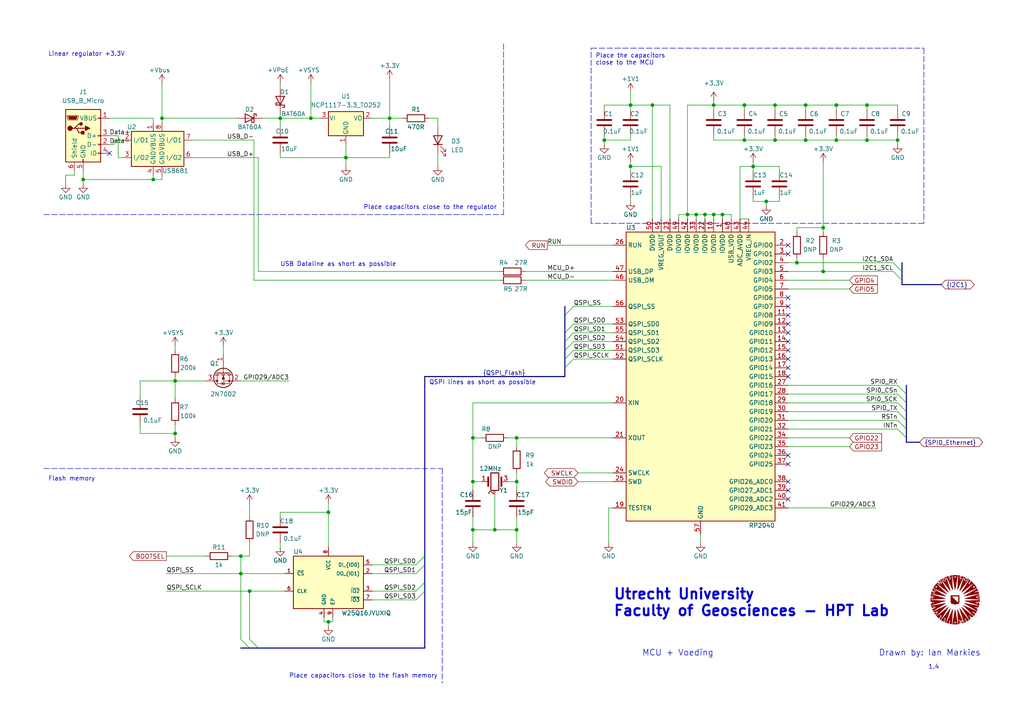
<source format=kicad_sch>
(kicad_sch (version 20211123) (generator eeschema)
  (paper "A4")
  (lib_symbols
    (symbol "+Vsys_1" (power) (in_bom no) (on_board no)
      (property "Value" "+Vsys_1" (at 0 3.81 0))
      (symbol "+Vsys_1_1_1"
        (pin power_in line (at 0 0 90) (length 0) hide (name "+VSYS") (number ""))
      )
    )
    (symbol "Connector:USB_B_Micro" (pin_names (offset 1.016))
      (property "Reference" "J" (at -5.08 11.43 0))
      (property "Value" "USB_B_Micro" (at -5.08 8.89 0))
      (symbol "USB_B_Micro_1_1"
        (pin power_out line (at 7.62 5.08 180) (length 2.54) (name "VBUS") (number "1"))
        (pin bidirectional line (at 7.62 -2.54 180) (length 2.54) (name "D-") (number "2"))
        (pin bidirectional line (at 7.62 0 180) (length 2.54) (name "D+") (number "3"))
        (pin passive line (at 7.62 -5.08 180) (length 2.54) (name "ID") (number "4"))
        (pin power_out line (at 0 -10.16 90) (length 2.54) (name "GND") (number "5"))
        (pin passive line (at -2.54 -10.16 90) (length 2.54) (name "Shield") (number "6"))
      )
    )
    (symbol "Device:C" (pin_numbers hide) (pin_names (offset 0.254))
      (property "Reference" "C" (at 0.635 2.54 0))
      (property "Value" "C" (at 0.635 -2.54 0))
      (symbol "C_1_1"
        (pin passive line (at 0 3.81 270) (length 2.794) (name "~") (number "1"))
        (pin passive line (at 0 -3.81 90) (length 2.794) (name "~") (number "2"))
      )
    )
    (symbol "Device:LED" (pin_numbers hide) (pin_names (offset 1.016) hide)
      (property "Reference" "D" (at 0 2.54 0))
      (property "Value" "LED" (at 0 -2.54 0))
      (symbol "LED_1_1"
        (pin passive line (at -3.81 0 0) (length 2.54) (name "K") (number "1"))
        (pin passive line (at 3.81 0 180) (length 2.54) (name "A") (number "2"))
      )
    )
    (symbol "Device:R" (pin_numbers hide) (pin_names (offset 0))
      (property "Reference" "R" (at 2.032 0 90))
      (property "Value" "R" (at 0 0 90))
      (symbol "R_1_1"
        (pin passive line (at 0 3.81 270) (length 1.27) (name "~") (number "1"))
        (pin passive line (at 0 -3.81 90) (length 1.27) (name "~") (number "2"))
      )
    )
    (symbol "Diode:BAT60A" (pin_numbers hide) (pin_names (offset 1.016) hide)
      (property "Reference" "D" (at 0 2.54 0))
      (property "Value" "BAT60A" (at 0 -2.54 0))
      (symbol "BAT60A_1_1"
        (pin passive line (at -3.81 0 0) (length 2.54) (name "K") (number "1"))
        (pin passive line (at 3.81 0 180) (length 2.54) (name "A") (number "2"))
      )
    )
    (symbol "HPT:+VPoE" (power) (in_bom no) (on_board no)
      (property "Value" "+VPoE" (at 0 5.08 0))
      (symbol "+VPoE_1_1"
        (pin power_in line (at 0 0 90) (length 0) hide (name "+VPoE") (number ""))
      )
    )
    (symbol "HPT:+Vbus" (power) (in_bom no) (on_board no)
      (property "Value" "+Vbus" (at 0 5.08 0))
      (symbol "+Vbus_1_1"
        (pin power_in line (at 0 0 90) (length 0) hide (name "+Vbus") (number ""))
      )
    )
    (symbol "HPT:+Vsys" (power) (in_bom no) (on_board no)
      (property "Value" "+Vsys" (at 0 3.81 0))
      (symbol "+Vsys_1_1"
        (pin power_in line (at 0 0 90) (length 0) hide (name "+VSYS") (number ""))
      )
    )
    (symbol "HPT:Crystal"
      (property "Reference" "U" (at 1.27 6.35 0))
      (property "Value" "Crystal" (at 0 -8.89 0))
      (symbol "Crystal_1_1"
        (pin passive line (at -3.81 0 0) (length 1.27) (name "") (number "1"))
        (pin passive line (at 0 -3.81 90) (length 1.27) (name "") (number "2"))
        (pin passive line (at 3.81 0 180) (length 1.27) (name "") (number "3"))
        (pin passive line (at 0 -3.81 90) (length 1.27) hide (name "") (number "4"))
      )
    )
    (symbol "HPT:LOGO" (pin_names (offset 1.016)))
    (symbol "HPT:W25Q16JVUXIQ" (pin_names (offset 1.016))
      (property "Reference" "IC" (at -10.16 8.89 0))
      (property "Value" "W25Q16JVUXIQ" (at 5.08 -8.89 0))
      (symbol "W25Q16JVUXIQ_0_0"
        (pin bidirectional line (at -12.7 2.54 0) (length 2.54) (name "~{CS}") (number "1"))
        (pin bidirectional line (at 12.7 2.54 180) (length 2.54) (name "DO_(IO1)") (number "2"))
        (pin bidirectional line (at 12.7 -2.54 180) (length 2.54) (name "~{IO2}") (number "3"))
        (pin bidirectional line (at -1.27 -10.16 90) (length 2.54) (name "GND") (number "4"))
        (pin bidirectional line (at 12.7 5.08 180) (length 2.54) (name "DI_(IO0)") (number "5"))
        (pin bidirectional line (at -12.7 -2.54 0) (length 2.54) (name "CLK") (number "6"))
        (pin bidirectional line (at 12.7 -5.08 180) (length 2.54) (name "~{IO3}") (number "7"))
        (pin bidirectional line (at 0 10.16 270) (length 2.54) (name "VCC") (number "8"))
        (pin bidirectional line (at 1.27 -10.16 90) (length 2.54) (name "EP") (number "9"))
      )
    )
    (symbol "MCU_RaspberryPi:RP2040"
      (property "Reference" "U3" (at -21.59 43.18 0))
      (property "Value" "RP2040" (at 13.97 -43.18 0))
      (symbol "RP2040_1_1"
        (pin power_in line (at 6.35 45.72 270) (length 3.81) (name "IOVDD") (number "1"))
        (pin power_in line (at 3.81 45.72 270) (length 3.81) (name "IOVDD") (number "10"))
        (pin bidirectional line (at 25.4 17.78 180) (length 3.81) (name "GPIO8") (number "11"))
        (pin bidirectional line (at 25.4 15.24 180) (length 3.81) (name "GPIO9") (number "12"))
        (pin bidirectional line (at 25.4 12.7 180) (length 3.81) (name "GPIO10") (number "13"))
        (pin bidirectional line (at 25.4 10.16 180) (length 3.81) (name "GPIO11") (number "14"))
        (pin bidirectional line (at 25.4 7.62 180) (length 3.81) (name "GPIO12") (number "15"))
        (pin bidirectional line (at 25.4 5.08 180) (length 3.81) (name "GPIO13") (number "16"))
        (pin bidirectional line (at 25.4 2.54 180) (length 3.81) (name "GPIO14") (number "17"))
        (pin bidirectional line (at 25.4 0 180) (length 3.81) (name "GPIO15") (number "18"))
        (pin input line (at -25.4 -38.1 0) (length 3.81) (name "TESTEN") (number "19"))
        (pin bidirectional line (at 25.4 38.1 180) (length 3.81) (name "GPIO0") (number "2"))
        (pin input line (at -25.4 -7.62 0) (length 3.81) (name "XIN") (number "20"))
        (pin passive line (at -25.4 -17.78 0) (length 3.81) (name "XOUT") (number "21"))
        (pin power_in line (at 1.27 45.72 270) (length 3.81) (name "IOVDD") (number "22"))
        (pin power_in line (at -8.89 45.72 270) (length 3.81) (name "DVDD") (number "23"))
        (pin output line (at -25.4 -27.94 0) (length 3.81) (name "SWCLK") (number "24"))
        (pin bidirectional line (at -25.4 -30.48 0) (length 3.81) (name "SWD") (number "25"))
        (pin input line (at -25.4 38.1 0) (length 3.81) (name "RUN") (number "26"))
        (pin bidirectional line (at 25.4 -2.54 180) (length 3.81) (name "GPIO16") (number "27"))
        (pin bidirectional line (at 25.4 -5.08 180) (length 3.81) (name "GPIO17") (number "28"))
        (pin bidirectional line (at 25.4 -7.62 180) (length 3.81) (name "GPIO18") (number "29"))
        (pin bidirectional line (at 25.4 35.56 180) (length 3.81) (name "GPIO1") (number "3"))
        (pin bidirectional line (at 25.4 -10.16 180) (length 3.81) (name "GPIO19") (number "30"))
        (pin bidirectional line (at 25.4 -12.7 180) (length 3.81) (name "GPIO20") (number "31"))
        (pin bidirectional line (at 25.4 -15.24 180) (length 3.81) (name "GPIO21") (number "32"))
        (pin power_in line (at -1.27 45.72 270) (length 3.81) (name "IOVDD") (number "33"))
        (pin bidirectional line (at 25.4 -17.78 180) (length 3.81) (name "GPIO22") (number "34"))
        (pin bidirectional line (at 25.4 -20.32 180) (length 3.81) (name "GPIO23") (number "35"))
        (pin bidirectional line (at 25.4 -22.86 180) (length 3.81) (name "GPIO24") (number "36"))
        (pin bidirectional line (at 25.4 -25.4 180) (length 3.81) (name "GPIO25") (number "37"))
        (pin bidirectional line (at 25.4 -30.48 180) (length 3.81) (name "GPIO26_ADC0") (number "38"))
        (pin bidirectional line (at 25.4 -33.02 180) (length 3.81) (name "GPIO27_ADC1") (number "39"))
        (pin bidirectional line (at 25.4 33.02 180) (length 3.81) (name "GPIO2") (number "4"))
        (pin bidirectional line (at 25.4 -35.56 180) (length 3.81) (name "GPIO28_ADC2") (number "40"))
        (pin bidirectional line (at 25.4 -38.1 180) (length 3.81) (name "GPIO29_ADC3") (number "41"))
        (pin power_in line (at -3.81 45.72 270) (length 3.81) (name "IOVDD") (number "42"))
        (pin power_in line (at 11.43 45.72 270) (length 3.81) (name "ADC_AVDD") (number "43"))
        (pin power_in line (at 13.97 45.72 270) (length 3.81) (name "VREG_IN") (number "44"))
        (pin power_out line (at -11.43 45.72 270) (length 3.81) (name "VREG_VOUT") (number "45"))
        (pin bidirectional line (at -25.4 27.94 0) (length 3.81) (name "USB_DM") (number "46"))
        (pin bidirectional line (at -25.4 30.48 0) (length 3.81) (name "USB_DP") (number "47"))
        (pin power_in line (at 8.89 45.72 270) (length 3.81) (name "USB_VDD") (number "48"))
        (pin power_in line (at -6.35 45.72 270) (length 3.81) (name "IOVDD") (number "49"))
        (pin bidirectional line (at 25.4 30.48 180) (length 3.81) (name "GPIO3") (number "5"))
        (pin power_in line (at -13.97 45.72 270) (length 3.81) (name "DVDD") (number "50"))
        (pin bidirectional line (at -25.4 7.62 0) (length 3.81) (name "QSPI_SD3") (number "51"))
        (pin output line (at -25.4 5.08 0) (length 3.81) (name "QSPI_SCLK") (number "52"))
        (pin bidirectional line (at -25.4 15.24 0) (length 3.81) (name "QSPI_SD0") (number "53"))
        (pin bidirectional line (at -25.4 10.16 0) (length 3.81) (name "QSPI_SD2") (number "54"))
        (pin bidirectional line (at -25.4 12.7 0) (length 3.81) (name "QSPI_SD1") (number "55"))
        (pin bidirectional line (at -25.4 20.32 0) (length 3.81) (name "QSPI_SS") (number "56"))
        (pin power_in line (at 0 -45.72 90) (length 3.81) (name "GND") (number "57"))
        (pin bidirectional line (at 25.4 27.94 180) (length 3.81) (name "GPIO4") (number "6"))
        (pin bidirectional line (at 25.4 25.4 180) (length 3.81) (name "GPIO5") (number "7"))
        (pin bidirectional line (at 25.4 22.86 180) (length 3.81) (name "GPIO6") (number "8"))
        (pin bidirectional line (at 25.4 20.32 180) (length 3.81) (name "GPIO7") (number "9"))
      )
    )
    (symbol "Power_Protection:USB6B1"
      (property "Reference" "U2" (at -8.89 6.35 0))
      (property "Value" "USB6B1" (at 1.27 -6.35 0))
      (symbol "USB6B1_1_1"
        (pin passive line (at -1.27 7.62 270) (length 2.54) (name "VBUS") (number "1"))
        (pin passive line (at -10.16 2.54 0) (length 2.54) (name "I/O1") (number "2"))
        (pin passive line (at -10.16 -2.54 0) (length 2.54) (name "I/O2") (number "3"))
        (pin passive line (at -1.27 -7.62 90) (length 2.54) (name "GND") (number "4"))
        (pin passive line (at 1.27 -7.62 90) (length 2.54) (name "GND") (number "5"))
        (pin passive line (at 10.16 -2.54 180) (length 2.54) (name "I/O2") (number "6"))
        (pin passive line (at 10.16 2.54 180) (length 2.54) (name "I/O1") (number "7"))
        (pin passive line (at 1.27 7.62 270) (length 2.54) (name "VBUS") (number "8"))
      )
    )
    (symbol "Regulator_Linear:NCP1117-3.3_TO252" (pin_names (offset 0.254))
      (property "Reference" "U" (at -3.81 3.175 0))
      (property "Value" "NCP1117-3.3_TO252" (at 0 3.175 0))
      (symbol "NCP1117-3.3_TO252_1_1"
        (pin power_in line (at 0 -7.62 90) (length 2.54) (name "GND") (number "1"))
        (pin power_out line (at 7.62 0 180) (length 2.54) (name "VO") (number "2"))
        (pin power_in line (at -7.62 0 0) (length 2.54) (name "VI") (number "3"))
      )
    )
    (symbol "Transistor_FET:2N7002" (pin_names hide)
      (property "Reference" "Q" (at 5.08 1.905 0))
      (property "Value" "2N7002" (at 5.08 0 0))
      (symbol "2N7002_1_1"
        (pin input line (at -5.08 0 0) (length 2.54) (name "G") (number "1"))
        (pin passive line (at 2.54 -5.08 90) (length 2.54) (name "S") (number "2"))
        (pin passive line (at 2.54 5.08 270) (length 2.54) (name "D") (number "3"))
      )
    )
    (symbol "power:+1V1" (power) (pin_names (offset 0))
      (property "Value" "+1V1" (at 0 3.556 0))
      (symbol "+1V1_1_1"
        (pin power_in line (at 0 0 90) (length 0) hide (name "+1V1") (number "1"))
      )
    )
    (symbol "power:+3.3V" (power) (pin_names (offset 0))
      (property "Value" "+3.3V" (at 0 3.556 0))
      (symbol "+3.3V_1_1"
        (pin power_in line (at 0 0 90) (length 0) hide (name "+3.3V") (number "1"))
      )
    )
    (symbol "power:GND" (power) (pin_names (offset 0))
      (property "Value" "GND" (at 0 -3.81 0))
      (symbol "GND_1_1"
        (pin power_in line (at 0 0 270) (length 0) hide (name "GND") (number "1"))
      )
    )
  )
  (bus_alias "QSPI_Flash" (members "QSPI_SS" "QSPI_SCLK" "QSPI_SD0" "QSPI_SD1" "QSPI_SD2" "QSPI_SD3"))
  (bus_alias "I2C1" (members "I2C1_SDA" "I2C1_SCL"))
  (bus_alias "SPI0_Ethernet" (members "SPI0_RX" "SPI0_TX" "SPI0_SCK" "SPI0_CSn" "RSTn" "INTn"))
  (junction (at 137.16 127))
  (junction (at 113.03 34.29))
  (junction (at 207.01 62.23))
  (junction (at 69.85 161.29))
  (junction (at 209.55 62.23))
  (junction (at 242.57 30.48))
  (junction (at 189.23 30.48))
  (junction (at 238.76 78.74))
  (junction (at 204.47 62.23))
  (junction (at 251.46 30.48))
  (junction (at 100.33 45.72))
  (junction (at 175.26 40.64))
  (junction (at 50.8 110.49))
  (junction (at 149.86 153.67))
  (junction (at 199.39 62.23))
  (junction (at 137.16 139.7))
  (junction (at 215.9 40.64))
  (junction (at 207.01 30.48))
  (junction (at 222.25 58.42))
  (junction (at 69.85 166.37))
  (junction (at 224.79 40.64))
  (junction (at 46.99 34.29))
  (junction (at 233.68 40.64))
  (junction (at 95.25 180.34))
  (junction (at 90.17 34.29))
  (junction (at 182.88 30.48))
  (junction (at 50.8 125.73))
  (junction (at 218.44 48.26))
  (junction (at 72.39 171.45))
  (junction (at 81.28 34.29))
  (junction (at 224.79 30.48))
  (junction (at 242.57 40.64))
  (junction (at 44.45 52.07))
  (junction (at 251.46 40.64))
  (junction (at 137.16 153.67))
  (junction (at 143.51 153.67))
  (junction (at 260.35 40.64))
  (junction (at 149.86 127))
  (junction (at 24.13 52.07))
  (junction (at 233.68 30.48))
  (junction (at 182.88 48.26))
  (junction (at 201.93 62.23))
  (junction (at 95.25 148.59))
  (junction (at 238.76 66.04))
  (junction (at 149.86 139.7))
  (junction (at 215.9 30.48))
  (junction (at 231.14 76.2))
  (no_connect (at 228.6 101.6))
  (no_connect (at 228.6 71.12))
  (no_connect (at 228.6 73.66))
  (no_connect (at 228.6 86.36))
  (no_connect (at 228.6 88.9))
  (no_connect (at 228.6 144.78))
  (no_connect (at 228.6 142.24))
  (no_connect (at 228.6 134.62))
  (no_connect (at 228.6 139.7))
  (no_connect (at 228.6 91.44))
  (no_connect (at 228.6 93.98))
  (no_connect (at 228.6 96.52))
  (no_connect (at 228.6 99.06))
  (no_connect (at 228.6 132.08))
  (no_connect (at 228.6 106.68))
  (no_connect (at 31.75 44.45))
  (no_connect (at 228.6 109.22))
  (no_connect (at 228.6 104.14))
  (bus_entry (at 163.83 91.44) (size 2.54 -2.54))
  (bus_entry (at 261.62 81.28) (size -2.54 -2.54))
  (bus_entry (at 262.89 124.46) (size -2.54 -2.54))
  (bus_entry (at 261.62 78.74) (size -2.54 -2.54))
  (bus_entry (at 72.39 187.96) (size -2.54 -2.54))
  (bus_entry (at 74.93 187.96) (size -2.54 -2.54))
  (bus_entry (at 120.65 163.83) (size 2.54 -2.54))
  (bus_entry (at 120.65 173.99) (size 2.54 -2.54))
  (bus_entry (at 120.65 166.37) (size 2.54 -2.54))
  (bus_entry (at 120.65 171.45) (size 2.54 -2.54))
  (bus_entry (at 262.89 121.92) (size -2.54 -2.54))
  (bus_entry (at 262.89 127) (size -2.54 -2.54))
  (bus_entry (at 262.89 114.3) (size -2.54 -2.54))
  (bus_entry (at 262.89 116.84) (size -2.54 -2.54))
  (bus_entry (at 163.83 104.14) (size 2.54 -2.54))
  (bus_entry (at 163.83 101.6) (size 2.54 -2.54))
  (bus_entry (at 163.83 99.06) (size 2.54 -2.54))
  (bus_entry (at 163.83 106.68) (size 2.54 -2.54))
  (bus_entry (at 163.83 96.52) (size 2.54 -2.54))
  (bus_entry (at 262.89 119.38) (size -2.54 -2.54))
  (polyline (pts (xy 171.45 13.97) (xy 267.97 13.97)))
  (bus (pts (xy 262.89 121.92) (xy 262.89 124.46)))
  (wire (pts (xy 137.16 139.7) (xy 139.7 139.7)))
  (polyline (pts (xy 12.7 135.89) (xy 128.27 135.89)))
  (wire (pts (xy 199.39 62.23) (xy 201.93 62.23)))
  (wire (pts (xy 231.14 66.04) (xy 238.76 66.04)))
  (wire (pts (xy 218.44 46.99) (xy 218.44 48.26)))
  (wire (pts (xy 152.4 81.28) (xy 177.8 81.28)))
  (wire (pts (xy 251.46 39.37) (xy 251.46 40.64)))
  (wire (pts (xy 149.86 157.48) (xy 149.86 153.67)))
  (wire (pts (xy 69.85 166.37) (xy 69.85 185.42)))
  (wire (pts (xy 55.88 45.72) (xy 74.93 45.72)))
  (wire (pts (xy 81.28 24.13) (xy 81.28 25.4)))
  (wire (pts (xy 224.79 40.64) (xy 215.9 40.64)))
  (wire (pts (xy 251.46 30.48) (xy 251.46 31.75)))
  (wire (pts (xy 246.38 81.28) (xy 228.6 81.28)))
  (bus (pts (xy 261.62 82.55) (xy 273.05 82.55)))
  (wire (pts (xy 107.95 163.83) (xy 120.65 163.83)))
  (bus (pts (xy 123.19 163.83) (xy 123.19 168.91)))
  (wire (pts (xy 93.98 180.34) (xy 95.25 180.34)))
  (wire (pts (xy 46.99 35.56) (xy 46.99 34.29)))
  (wire (pts (xy 242.57 40.64) (xy 233.68 40.64)))
  (wire (pts (xy 74.93 78.74) (xy 74.93 45.72)))
  (bus (pts (xy 72.39 187.96) (xy 74.93 187.96)))
  (wire (pts (xy 204.47 62.23) (xy 204.47 63.5)))
  (wire (pts (xy 21.59 50.8) (xy 19.05 50.8)))
  (bus (pts (xy 261.62 76.2) (xy 261.62 78.74)))
  (wire (pts (xy 113.03 22.86) (xy 113.03 34.29)))
  (wire (pts (xy 40.64 110.49) (xy 50.8 110.49)))
  (wire (pts (xy 24.13 52.07) (xy 44.45 52.07)))
  (wire (pts (xy 224.79 30.48) (xy 224.79 31.75)))
  (bus (pts (xy 123.19 161.29) (xy 123.19 163.83)))
  (wire (pts (xy 73.66 81.28) (xy 73.66 40.64)))
  (wire (pts (xy 69.85 161.29) (xy 69.85 166.37)))
  (bus (pts (xy 262.89 114.3) (xy 262.89 116.84)))
  (wire (pts (xy 46.99 52.07) (xy 46.99 50.8)))
  (wire (pts (xy 214.63 48.26) (xy 218.44 48.26)))
  (wire (pts (xy 166.37 96.52) (xy 177.8 96.52)))
  (wire (pts (xy 231.14 76.2) (xy 259.08 76.2)))
  (wire (pts (xy 139.7 127) (xy 137.16 127)))
  (wire (pts (xy 260.35 39.37) (xy 260.35 40.64)))
  (wire (pts (xy 69.85 166.37) (xy 82.55 166.37)))
  (wire (pts (xy 228.6 76.2) (xy 231.14 76.2)))
  (wire (pts (xy 189.23 30.48) (xy 182.88 30.48)))
  (wire (pts (xy 212.09 62.23) (xy 212.09 63.5)))
  (wire (pts (xy 81.28 36.83) (xy 81.28 34.29)))
  (wire (pts (xy 158.75 71.12) (xy 177.8 71.12)))
  (wire (pts (xy 228.6 111.76) (xy 260.35 111.76)))
  (wire (pts (xy 143.51 153.67) (xy 149.86 153.67)))
  (bus (pts (xy 261.62 78.74) (xy 261.62 81.28)))
  (wire (pts (xy 137.16 116.84) (xy 177.8 116.84)))
  (wire (pts (xy 242.57 30.48) (xy 233.68 30.48)))
  (wire (pts (xy 46.99 24.13) (xy 46.99 34.29)))
  (bus (pts (xy 261.62 81.28) (xy 261.62 82.55)))
  (wire (pts (xy 204.47 62.23) (xy 207.01 62.23)))
  (wire (pts (xy 176.53 147.32) (xy 176.53 157.48)))
  (wire (pts (xy 207.01 40.64) (xy 207.01 39.37)))
  (wire (pts (xy 100.33 41.91) (xy 100.33 45.72)))
  (wire (pts (xy 40.64 110.49) (xy 40.64 115.57)))
  (bus (pts (xy 163.83 101.6) (xy 163.83 104.14)))
  (wire (pts (xy 207.01 30.48) (xy 207.01 31.75)))
  (wire (pts (xy 95.25 146.05) (xy 95.25 148.59)))
  (wire (pts (xy 214.63 48.26) (xy 214.63 63.5)))
  (wire (pts (xy 44.45 52.07) (xy 46.99 52.07)))
  (wire (pts (xy 166.37 101.6) (xy 177.8 101.6)))
  (wire (pts (xy 50.8 110.49) (xy 50.8 115.57)))
  (wire (pts (xy 182.88 46.99) (xy 182.88 48.26)))
  (wire (pts (xy 113.03 45.72) (xy 100.33 45.72)))
  (wire (pts (xy 147.32 127) (xy 149.86 127)))
  (wire (pts (xy 226.06 58.42) (xy 226.06 57.15)))
  (wire (pts (xy 215.9 39.37) (xy 215.9 40.64)))
  (wire (pts (xy 175.26 40.64) (xy 175.26 39.37)))
  (wire (pts (xy 46.99 34.29) (xy 68.58 34.29)))
  (wire (pts (xy 81.28 45.72) (xy 81.28 44.45)))
  (wire (pts (xy 182.88 39.37) (xy 182.88 40.64)))
  (wire (pts (xy 182.88 30.48) (xy 182.88 31.75)))
  (wire (pts (xy 231.14 66.04) (xy 231.14 67.31)))
  (wire (pts (xy 260.35 40.64) (xy 251.46 40.64)))
  (wire (pts (xy 74.93 78.74) (xy 144.78 78.74)))
  (wire (pts (xy 228.6 116.84) (xy 260.35 116.84)))
  (wire (pts (xy 238.76 74.93) (xy 238.76 78.74)))
  (wire (pts (xy 166.37 93.98) (xy 177.8 93.98)))
  (bus (pts (xy 262.89 127) (xy 262.89 128.27)))
  (wire (pts (xy 177.8 147.32) (xy 176.53 147.32)))
  (wire (pts (xy 72.39 146.05) (xy 72.39 149.86)))
  (wire (pts (xy 238.76 66.04) (xy 238.76 67.31)))
  (wire (pts (xy 189.23 30.48) (xy 189.23 63.5)))
  (wire (pts (xy 137.16 116.84) (xy 137.16 127)))
  (polyline (pts (xy 146.05 12.7) (xy 146.05 62.23)))
  (wire (pts (xy 207.01 29.21) (xy 207.01 30.48)))
  (wire (pts (xy 196.85 63.5) (xy 196.85 62.23)))
  (wire (pts (xy 72.39 157.48) (xy 72.39 161.29)))
  (wire (pts (xy 95.25 181.61) (xy 95.25 180.34)))
  (wire (pts (xy 24.13 49.53) (xy 24.13 52.07)))
  (wire (pts (xy 113.03 36.83) (xy 113.03 34.29)))
  (wire (pts (xy 242.57 39.37) (xy 242.57 40.64)))
  (wire (pts (xy 107.95 173.99) (xy 120.65 173.99)))
  (wire (pts (xy 199.39 62.23) (xy 199.39 63.5)))
  (wire (pts (xy 19.05 50.8) (xy 19.05 53.34)))
  (wire (pts (xy 228.6 114.3) (xy 260.35 114.3)))
  (wire (pts (xy 72.39 171.45) (xy 82.55 171.45)))
  (wire (pts (xy 50.8 125.73) (xy 50.8 127)))
  (wire (pts (xy 166.37 88.9) (xy 177.8 88.9)))
  (wire (pts (xy 194.31 30.48) (xy 189.23 30.48)))
  (wire (pts (xy 199.39 30.48) (xy 199.39 62.23)))
  (wire (pts (xy 72.39 171.45) (xy 72.39 185.42)))
  (wire (pts (xy 90.17 34.29) (xy 92.71 34.29)))
  (bus (pts (xy 262.89 128.27) (xy 266.7 128.27)))
  (wire (pts (xy 107.95 34.29) (xy 113.03 34.29)))
  (bus (pts (xy 262.89 116.84) (xy 262.89 119.38)))
  (bus (pts (xy 262.89 111.76) (xy 262.89 114.3)))
  (wire (pts (xy 207.01 30.48) (xy 199.39 30.48)))
  (wire (pts (xy 31.75 39.37) (xy 34.29 39.37)))
  (wire (pts (xy 260.35 30.48) (xy 251.46 30.48)))
  (wire (pts (xy 209.55 62.23) (xy 212.09 62.23)))
  (wire (pts (xy 95.25 148.59) (xy 95.25 158.75)))
  (bus (pts (xy 163.83 104.14) (xy 163.83 106.68)))
  (wire (pts (xy 73.66 81.28) (xy 144.78 81.28)))
  (wire (pts (xy 149.86 127) (xy 177.8 127)))
  (wire (pts (xy 238.76 78.74) (xy 259.08 78.74)))
  (bus (pts (xy 123.19 171.45) (xy 123.19 187.96)))
  (wire (pts (xy 137.16 127) (xy 137.16 139.7)))
  (wire (pts (xy 152.4 78.74) (xy 177.8 78.74)))
  (bus (pts (xy 262.89 124.46) (xy 262.89 127)))
  (wire (pts (xy 149.86 137.16) (xy 149.86 139.7)))
  (wire (pts (xy 222.25 58.42) (xy 226.06 58.42)))
  (wire (pts (xy 226.06 49.53) (xy 226.06 48.26)))
  (wire (pts (xy 40.64 125.73) (xy 50.8 125.73)))
  (wire (pts (xy 124.46 34.29) (xy 127 34.29)))
  (polyline (pts (xy 267.97 13.97) (xy 267.97 64.77)))
  (wire (pts (xy 166.37 104.14) (xy 177.8 104.14)))
  (bus (pts (xy 123.19 168.91) (xy 123.19 171.45)))
  (wire (pts (xy 166.37 99.06) (xy 177.8 99.06)))
  (wire (pts (xy 175.26 41.91) (xy 175.26 40.64)))
  (wire (pts (xy 81.28 149.86) (xy 81.28 148.59)))
  (wire (pts (xy 251.46 30.48) (xy 242.57 30.48)))
  (wire (pts (xy 149.86 139.7) (xy 149.86 142.24)))
  (bus (pts (xy 123.19 109.22) (xy 123.19 161.29)))
  (wire (pts (xy 48.26 161.29) (xy 59.69 161.29)))
  (wire (pts (xy 218.44 58.42) (xy 222.25 58.42)))
  (wire (pts (xy 167.64 139.7) (xy 177.8 139.7)))
  (wire (pts (xy 48.26 166.37) (xy 69.85 166.37)))
  (wire (pts (xy 147.32 139.7) (xy 149.86 139.7)))
  (wire (pts (xy 50.8 100.33) (xy 50.8 101.6)))
  (wire (pts (xy 34.29 45.72) (xy 35.56 45.72)))
  (wire (pts (xy 50.8 109.22) (xy 50.8 110.49)))
  (wire (pts (xy 175.26 30.48) (xy 182.88 30.48)))
  (wire (pts (xy 218.44 57.15) (xy 218.44 58.42)))
  (wire (pts (xy 231.14 76.2) (xy 231.14 74.93)))
  (wire (pts (xy 81.28 157.48) (xy 81.28 158.75)))
  (wire (pts (xy 69.85 110.49) (xy 83.82 110.49)))
  (wire (pts (xy 228.6 124.46) (xy 260.35 124.46)))
  (wire (pts (xy 214.63 63.5) (xy 217.17 63.5)))
  (wire (pts (xy 228.6 78.74) (xy 238.76 78.74)))
  (wire (pts (xy 93.98 180.34) (xy 93.98 179.07)))
  (wire (pts (xy 201.93 62.23) (xy 204.47 62.23)))
  (wire (pts (xy 233.68 39.37) (xy 233.68 40.64)))
  (bus (pts (xy 163.83 106.68) (xy 163.83 109.22)))
  (wire (pts (xy 228.6 127) (xy 246.38 127)))
  (wire (pts (xy 107.95 171.45) (xy 120.65 171.45)))
  (wire (pts (xy 238.76 46.99) (xy 238.76 66.04)))
  (wire (pts (xy 24.13 53.34) (xy 24.13 52.07)))
  (wire (pts (xy 90.17 24.13) (xy 90.17 34.29)))
  (wire (pts (xy 31.75 41.91) (xy 33.02 41.91)))
  (wire (pts (xy 233.68 30.48) (xy 224.79 30.48)))
  (wire (pts (xy 228.6 119.38) (xy 260.35 119.38)))
  (bus (pts (xy 74.93 187.96) (xy 123.19 187.96)))
  (wire (pts (xy 40.64 123.19) (xy 40.64 125.73)))
  (wire (pts (xy 100.33 45.72) (xy 81.28 45.72)))
  (wire (pts (xy 260.35 41.91) (xy 260.35 40.64)))
  (wire (pts (xy 44.45 34.29) (xy 44.45 35.56)))
  (wire (pts (xy 50.8 123.19) (xy 50.8 125.73)))
  (wire (pts (xy 59.69 110.49) (xy 50.8 110.49)))
  (wire (pts (xy 76.2 34.29) (xy 81.28 34.29)))
  (bus (pts (xy 163.83 96.52) (xy 163.83 99.06)))
  (wire (pts (xy 260.35 31.75) (xy 260.35 30.48)))
  (wire (pts (xy 137.16 149.86) (xy 137.16 153.67)))
  (wire (pts (xy 96.52 180.34) (xy 96.52 179.07)))
  (wire (pts (xy 137.16 139.7) (xy 137.16 142.24)))
  (wire (pts (xy 182.88 58.42) (xy 182.88 57.15)))
  (bus (pts (xy 163.83 109.22) (xy 123.19 109.22)))
  (bus (pts (xy 69.85 187.96) (xy 72.39 187.96)))
  (wire (pts (xy 218.44 48.26) (xy 218.44 49.53)))
  (wire (pts (xy 127 34.29) (xy 127 36.83)))
  (wire (pts (xy 100.33 45.72) (xy 100.33 48.26)))
  (wire (pts (xy 113.03 44.45) (xy 113.03 45.72)))
  (wire (pts (xy 228.6 129.54) (xy 246.38 129.54)))
  (wire (pts (xy 191.77 48.26) (xy 182.88 48.26)))
  (wire (pts (xy 207.01 62.23) (xy 209.55 62.23)))
  (wire (pts (xy 215.9 30.48) (xy 207.01 30.48)))
  (wire (pts (xy 81.28 33.02) (xy 81.28 34.29)))
  (wire (pts (xy 196.85 62.23) (xy 199.39 62.23)))
  (wire (pts (xy 67.31 161.29) (xy 69.85 161.29)))
  (wire (pts (xy 31.75 34.29) (xy 44.45 34.29)))
  (wire (pts (xy 48.26 171.45) (xy 72.39 171.45)))
  (wire (pts (xy 175.26 31.75) (xy 175.26 30.48)))
  (bus (pts (xy 163.83 91.44) (xy 163.83 96.52)))
  (wire (pts (xy 233.68 30.48) (xy 233.68 31.75)))
  (wire (pts (xy 182.88 48.26) (xy 182.88 49.53)))
  (wire (pts (xy 149.86 127) (xy 149.86 129.54)))
  (wire (pts (xy 55.88 40.64) (xy 73.66 40.64)))
  (wire (pts (xy 81.28 148.59) (xy 95.25 148.59)))
  (wire (pts (xy 224.79 39.37) (xy 224.79 40.64)))
  (wire (pts (xy 207.01 62.23) (xy 207.01 63.5)))
  (wire (pts (xy 209.55 62.23) (xy 209.55 63.5)))
  (wire (pts (xy 81.28 34.29) (xy 90.17 34.29)))
  (wire (pts (xy 194.31 63.5) (xy 194.31 30.48)))
  (wire (pts (xy 201.93 62.23) (xy 201.93 63.5)))
  (wire (pts (xy 95.25 180.34) (xy 96.52 180.34)))
  (wire (pts (xy 228.6 83.82) (xy 246.38 83.82)))
  (wire (pts (xy 215.9 40.64) (xy 207.01 40.64)))
  (wire (pts (xy 107.95 166.37) (xy 120.65 166.37)))
  (wire (pts (xy 203.2 154.94) (xy 203.2 157.48)))
  (wire (pts (xy 64.77 102.87) (xy 64.77 100.33)))
  (wire (pts (xy 44.45 52.07) (xy 44.45 50.8)))
  (wire (pts (xy 242.57 30.48) (xy 242.57 31.75)))
  (wire (pts (xy 228.6 121.92) (xy 260.35 121.92)))
  (wire (pts (xy 34.29 39.37) (xy 34.29 45.72)))
  (wire (pts (xy 137.16 157.48) (xy 137.16 153.67)))
  (polyline (pts (xy 267.97 64.77) (xy 171.45 64.77)))
  (wire (pts (xy 215.9 30.48) (xy 215.9 31.75)))
  (wire (pts (xy 137.16 153.67) (xy 143.51 153.67)))
  (wire (pts (xy 233.68 40.64) (xy 224.79 40.64)))
  (wire (pts (xy 149.86 149.86) (xy 149.86 153.67)))
  (wire (pts (xy 224.79 30.48) (xy 215.9 30.48)))
  (wire (pts (xy 72.39 161.29) (xy 69.85 161.29)))
  (wire (pts (xy 191.77 48.26) (xy 191.77 63.5)))
  (wire (pts (xy 251.46 40.64) (xy 242.57 40.64)))
  (wire (pts (xy 182.88 26.67) (xy 182.88 30.48)))
  (wire (pts (xy 218.44 48.26) (xy 226.06 48.26)))
  (wire (pts (xy 33.02 41.91) (xy 33.02 40.64)))
  (wire (pts (xy 113.03 34.29) (xy 116.84 34.29)))
  (bus (pts (xy 163.83 88.9) (xy 163.83 91.44)))
  (polyline (pts (xy 12.7 62.23) (xy 146.05 62.23)))
  (wire (pts (xy 33.02 40.64) (xy 35.56 40.64)))
  (wire (pts (xy 21.59 49.53) (xy 21.59 50.8)))
  (polyline (pts (xy 171.45 64.77) (xy 171.45 13.97)))
  (wire (pts (xy 143.51 143.51) (xy 143.51 153.67)))
  (wire (pts (xy 228.6 147.32) (xy 254 147.32)))
  (wire (pts (xy 127 44.45) (xy 127 48.26)))
  (polyline (pts (xy 128.27 135.89) (xy 128.27 198.12)))
  (wire (pts (xy 167.64 137.16) (xy 177.8 137.16)))
  (wire (pts (xy 182.88 40.64) (xy 175.26 40.64)))
  (bus (pts (xy 163.83 99.06) (xy 163.83 101.6)))
  (bus (pts (xy 262.89 119.38) (xy 262.89 121.92)))
  (wire (pts (xy 222.25 59.69) (xy 222.25 58.42)))
  (text "Drawn by: Ian Markies" (at 284.48 190.5 180) (effects (font (size 1.75 1.75)) (justify right bottom)))
  (text "Utrecht University\nFaculty of Geosciences - HPT Lab" (at 177.8 179.07 0) (effects (font (size 3 3) (thickness 0.6) bold) (justify left bottom)))
  (text "Place capacitors close to the flash memory\n" (at 83.82 196.85 0) (effects (font (size 1.27 1.27)) (justify left bottom)))
  (text "QSPI lines as short as possible\n" (at 124.46 111.76 0) (effects (font (size 1.27 1.27)) (justify left bottom)))
  (text "1.4" (at 269.24 194.31 0) (effects (font (size 1.27 1.27)) (justify left bottom)))
  (text "Linear regulator +3.3V" (at 13.97 16.51 0) (effects (font (size 1.27 1.27)) (justify left bottom)))
  (text "MCU + Voeding" (at 207.01 190.5 180) (effects (font (size 1.75 1.75)) (justify right bottom)))
  (text "USB Dataline as short as possible" (at 81.28 77.47 0) (effects (font (size 1.27 1.27)) (justify left bottom)))
  (text "Flash memory\n" (at 13.97 139.7 0) (effects (font (size 1.27 1.27)) (justify left bottom)))
  (text "Place the capacitors\nclose to the MCU" (at 172.72 19.05 0) (effects (font (size 1.27 1.27)) (justify left bottom)))
  (text "Place capacitors close to the regulator\n" (at 105.41 60.96 0) (effects (font (size 1.27 1.27)) (justify left bottom)))
  (label "INTn" (at 260.35 124.46 180))
  (label "QSPI_SD1" (at 120.65 166.37 180))
  (label "QSPI_SCLK" (at 48.26 171.45 0))
  (label "QSPI_SD3" (at 120.65 173.99 180))
  (label "QSPI_SD2" (at 166.37 99.06 0))
  (label "RSTn" (at 260.35 121.92 180))
  (label "SPI0_RX" (at 260.35 111.76 180))
  (label "I2C1_SDA" (at 259.08 76.2 180))
  (label "QSPI_SD2" (at 120.65 171.45 180))
  (label "RUN" (at 158.75 71.12 0))
  (label "{QSPI_Flash}" (at 152.4 109.22 180))
  (label "SPI0_CSn" (at 260.35 114.3 180))
  (label "Data+" (at 31.75 39.37 0))
  (label "QSPI_SD0" (at 120.65 163.83 180))
  (label "USB_D-" (at 73.66 40.64 180))
  (label "GPIO29{slash}ADC3" (at 83.82 110.49 180))
  (label "QSPI_SD0" (at 166.37 93.98 0))
  (label "MCU_D+" (at 158.75 78.74 0))
  (label "MCU_D-" (at 158.75 81.28 0))
  (label "QSPI_SCLK" (at 166.37 104.14 0))
  (label "USB_D+" (at 73.66 45.72 180))
  (label "QSPI_SS" (at 166.37 88.9 0))
  (label "QSPI_SD3" (at 166.37 101.6 0))
  (label "SPI0_SCK" (at 260.35 116.84 180))
  (label "Data-" (at 31.75 41.91 0))
  (label "SPI0_TX" (at 260.35 119.38 180))
  (label "QSPI_SS" (at 48.26 166.37 0))
  (label "QSPI_SD1" (at 166.37 96.52 0))
  (label "GPIO29{slash}ADC3" (at 254 147.32 180))
  (label "I2C1_SCL" (at 259.08 78.74 180))
  (global_label "GPIO5" (shape input) (at 246.38 83.82 0) (property "Intersheet References" "${INTERSHEET_REFS}" (effects hide)))
  (global_label "{I2C1}" (shape bidirectional) (at 273.05 82.55 0) (property "Intersheet References" "${INTERSHEET_REFS}" (effects hide)))
  (global_label "GPIO4" (shape input) (at 246.38 81.28 0) (property "Intersheet References" "${INTERSHEET_REFS}" (effects hide)))
  (global_label "RUN" (shape output) (at 158.75 71.12 180) (property "Intersheet References" "${INTERSHEET_REFS}" (effects hide)))
  (global_label "SWCLK" (shape bidirectional) (at 167.64 137.16 180) (property "Intersheet References" "${INTERSHEET_REFS}" (effects hide)))
  (global_label "SWDIO" (shape bidirectional) (at 167.64 139.7 180) (property "Intersheet References" "${INTERSHEET_REFS}" (effects hide)))
  (global_label "BOOTSEL" (shape output) (at 48.26 161.29 180) (property "Intersheet References" "${INTERSHEET_REFS}" (effects hide)))
  (global_label "GPIO22" (shape input) (at 246.38 127 0) (property "Intersheet References" "${INTERSHEET_REFS}" (effects hide)))
  (global_label "GPIO23" (shape input) (at 246.38 129.54 0) (property "Intersheet References" "${INTERSHEET_REFS}" (effects hide)))
  (global_label "{SPI0_Ethernet}" (shape bidirectional) (at 266.7 128.27 0) (property "Intersheet References" "${INTERSHEET_REFS}" (effects hide)))
  (symbol (lib_id "HPT:+Vsys") (at 90.17 24.13 0) (unit 1) (in_bom no) (on_board no)
    (property "Reference" "#U03" (effects hide))
    (property "Value" "+Vsys" (at 86.36 20.32 0) (effects (justify left)))
  )
  (symbol (lib_id "Device:R") (at 149.86 133.35 0) (mirror x) (unit 1)
    (property "Reference" "R9" (at 153.67 132.08 0))
    (property "Value" "1k" (at 153.67 134.62 0))
    (property "Footprint" "Resistor_SMD:R_0402_1005Metric" (effects hide))
  )
  (symbol (lib_id "power:+3.3V") (at 207.01 29.21 0) (unit 1)
    (property "Reference" "#PWR03" (effects hide))
    (property "Value" "+3.3V" (at 207.01 24.13 0))
  )
  (symbol (lib_id "HPT:Crystal") (at 143.51 139.7 0) (unit 1)
    (property "Reference" "Y1" (at 146.05 142.24 0))
    (property "Value" "12MHz" (at 142.24 135.89 0))
    (property "Footprint" "Crystal:Crystal_SMD_Abracon_ABM8G-4Pin_3.2x2.5mm" (effects hide))
  )
  (symbol (lib_id "Device:C") (at 81.28 153.67 0) (mirror y) (unit 1)
    (property "Reference" "C18" (at 85.09 151.13 0) (effects (justify left)))
    (property "Value" "0.1uF" (at 87.63 156.21 0) (effects (justify left)))
    (property "Footprint" "Capacitor_SMD:C_0402_1005Metric" (effects hide))
  )
  (symbol (lib_id "power:GND") (at 19.05 53.34 0) (unit 1)
    (property "Reference" "#PWR011" (effects hide))
    (property "Value" "GND" (at 19.05 57.15 0))
  )
  (symbol (lib_id "Device:R") (at 63.5 161.29 270) (mirror x) (unit 1)
    (property "Reference" "R11" (at 63.5 158.75 90))
    (property "Value" "1k" (at 63.5 163.83 90))
    (property "Footprint" "Resistor_SMD:R_0402_1005Metric" (effects hide))
  )
  (symbol (lib_id "power:GND") (at 50.8 127 0) (unit 1)
    (property "Reference" "#PWR016" (effects hide))
    (property "Value" "GND" (at 50.8 130.81 0))
  )
  (symbol (lib_id "power:+1V1") (at 182.88 46.99 0) (unit 1)
    (property "Reference" "#PWR06" (effects hide))
    (property "Value" "+1V1" (at 182.88 43.18 0))
  )
  (symbol (lib_id "Power_Protection:USB6B1") (at 45.72 43.18 0) (unit 1)
    (property "Reference" "U2" (at 36.83 36.83 0) (effects (justify left)))
    (property "Value" "USB6B1" (at 46.99 49.53 0) (effects (justify left)))
    (property "Footprint" "Package_SO:SOIC-8_3.9x4.9mm_P1.27mm" (effects hide))
    (property "Datasheet" "http://www.st.com/content/ccc/resource/technical/document/datasheet/3e/ec/b2/54/b2/76/47/90/CD00001361.pdf/files/CD00001361.pdf/jcr:content/translations/en.CD00001361.pdf" (effects hide))
  )
  (symbol (lib_id "Regulator_Linear:NCP1117-3.3_TO252") (at 100.33 34.29 0) (unit 1)
    (property "Reference" "U1" (at 100.33 27.94 0))
    (property "Value" "NCP1117-3.3_TO252" (at 100.33 30.48 0))
    (property "Footprint" "Package_TO_SOT_SMD:TO-252-2" (effects hide))
    (property "Datasheet" "http://www.onsemi.com/pub_link/Collateral/NCP1117-D.PDF" (effects hide))
  )
  (symbol (lib_id "power:+3.3V") (at 218.44 46.99 0) (unit 1)
    (property "Reference" "#PWR07" (effects hide))
    (property "Value" "+3.3V" (at 218.44 43.18 0))
  )
  (symbol (lib_id "Device:C") (at 215.9 35.56 0) (mirror y) (unit 1)
    (property "Reference" "C4" (at 219.71 33.02 0) (effects (justify left)))
    (property "Value" "0.1uF" (at 222.25 38.1 0) (effects (justify left)))
    (property "Footprint" "Capacitor_SMD:C_0402_1005Metric" (effects hide))
  )
  (symbol (lib_id "power:GND") (at 260.35 41.91 0) (unit 1)
    (property "Reference" "#PWR05" (effects hide))
    (property "Value" "GND" (at 260.35 45.72 0))
  )
  (symbol (lib_id "power:GND") (at 137.16 157.48 0) (mirror y) (unit 1)
    (property "Reference" "#PWR019" (effects hide))
    (property "Value" "GND" (at 137.16 161.29 0))
  )
  (symbol (lib_id "power:+3.3V") (at 72.39 146.05 0) (unit 1)
    (property "Reference" "#PWR017" (effects hide))
    (property "Value" "+3.3V" (at 72.39 142.24 0))
  )
  (symbol (lib_id "HPT:+VPoE") (at 81.28 24.13 0) (unit 1) (in_bom no) (on_board no)
    (property "Reference" "#U02" (effects hide))
    (property "Value" "+VPoE" (at 77.47 20.32 0) (effects (justify left)))
  )
  (symbol (lib_id "Device:R") (at 231.14 71.12 0) (mirror x) (unit 1)
    (property "Reference" "R2" (at 234.95 69.85 0))
    (property "Value" "DNP" (at 234.95 72.39 0))
    (property "Footprint" "Resistor_SMD:R_0402_1005Metric" (effects hide))
  )
  (symbol (lib_id "Diode:BAT60A") (at 72.39 34.29 0) (mirror y) (unit 1)
    (property "Reference" "D2" (at 72.39 31.75 0))
    (property "Value" "BAT60A" (at 72.39 36.83 0))
    (property "Footprint" "Diode_SMD:D_SOD-323" (effects hide))
    (property "Datasheet" "https://www.infineon.com/dgdl/Infineon-BAT60ASERIES-DS-v01_01-en.pdf?fileId=db3a304313d846880113def70c9304a9" (effects hide))
  )
  (symbol (lib_id "power:GND") (at 100.33 48.26 0) (unit 1)
    (property "Reference" "#PWR09" (effects hide))
    (property "Value" "GND" (at 100.33 52.07 0))
  )
  (symbol (lib_id "Device:C") (at 175.26 35.56 0) (mirror y) (unit 1)
    (property "Reference" "C1" (at 177.8 33.02 0) (effects (justify left)))
    (property "Value" "0.1uF" (at 180.34 38.1 0) (effects (justify left)))
    (property "Footprint" "Capacitor_SMD:C_0402_1005Metric" (effects hide))
  )
  (symbol (lib_id "Device:LED") (at 127 40.64 90) (unit 1)
    (property "Reference" "D3" (at 130.81 40.9574 90) (effects (justify right)))
    (property "Value" "LED" (at 130.81 43.4974 90) (effects (justify right)))
    (property "Footprint" "HPT:LED" (effects hide))
  )
  (symbol (lib_id "Device:C") (at 40.64 119.38 0) (mirror y) (unit 1)
    (property "Reference" "C15" (at 43.18 116.84 0) (effects (justify left)))
    (property "Value" "0.1uF" (at 46.99 121.92 0) (effects (justify left)))
    (property "Footprint" "Capacitor_SMD:C_0402_1005Metric" (effects hide))
  )
  (symbol (lib_id "power:GND") (at 175.26 41.91 0) (unit 1)
    (property "Reference" "#PWR04" (effects hide))
    (property "Value" "GND" (at 175.26 45.72 0))
  )
  (symbol (lib_name "+Vsys_1") (lib_id "HPT:+Vsys") (at 50.8 100.33 0) (unit 1) (in_bom no) (on_board no)
    (property "Reference" "#U04" (effects hide))
    (property "Value" "+Vsys" (at 46.99 96.52 0) (effects (justify left)))
  )
  (symbol (lib_id "power:GND") (at 203.2 157.48 0) (unit 1)
    (property "Reference" "#PWR022" (effects hide))
    (property "Value" "GND" (at 203.2 161.29 0))
  )
  (symbol (lib_id "power:GND") (at 127 48.26 0) (unit 1)
    (property "Reference" "#PWR010" (effects hide))
    (property "Value" "GND" (at 127 52.07 0))
  )
  (symbol (lib_id "Device:R") (at 120.65 34.29 270) (mirror x) (unit 1)
    (property "Reference" "R1" (at 120.65 31.75 90))
    (property "Value" "470R" (at 120.65 36.83 90))
    (property "Footprint" "Resistor_SMD:R_0402_1005Metric" (effects hide))
  )
  (symbol (lib_id "MCU_RaspberryPi:RP2040") (at 203.2 109.22 0) (unit 1)
    (property "Reference" "U3" (at 181.61 66.04 0) (effects (justify left)))
    (property "Value" "RP2040" (at 217.17 152.4 0) (effects (justify left)))
    (property "Footprint" "Package_DFN_QFN:QFN-56-1EP_7x7mm_P0.4mm_EP3.2x3.2mm" (effects hide))
    (property "Datasheet" "https://datasheets.raspberrypi.com/rp2040/rp2040-datasheet.pdf" (effects hide))
  )
  (symbol (lib_id "power:+3.3V") (at 238.76 46.99 0) (unit 1)
    (property "Reference" "#PWR08" (effects hide))
    (property "Value" "+3.3V" (at 238.76 43.18 0))
  )
  (symbol (lib_id "power:+3.3V") (at 113.03 22.86 0) (unit 1)
    (property "Reference" "#PWR01" (effects hide))
    (property "Value" "+3.3V" (at 113.03 19.05 0))
  )
  (symbol (lib_id "power:GND") (at 182.88 58.42 0) (unit 1)
    (property "Reference" "#PWR013" (effects hide))
    (property "Value" "GND" (at 182.88 62.23 0))
  )
  (symbol (lib_id "Device:C") (at 182.88 35.56 0) (mirror y) (unit 1)
    (property "Reference" "C2" (at 185.42 33.02 0) (effects (justify left)))
    (property "Value" "0.1uF" (at 187.96 38.1 0) (effects (justify left)))
    (property "Footprint" "Capacitor_SMD:C_0402_1005Metric" (effects hide))
  )
  (symbol (lib_id "power:+1V1") (at 182.88 26.67 0) (unit 1)
    (property "Reference" "#PWR02" (effects hide))
    (property "Value" "+1V1" (at 182.88 22.86 0))
  )
  (symbol (lib_id "power:+3.3V") (at 64.77 100.33 0) (unit 1)
    (property "Reference" "#PWR015" (effects hide))
    (property "Value" "+3.3V" (at 64.77 96.52 0))
  )
  (symbol (lib_id "power:+3.3V") (at 95.25 146.05 0) (unit 1)
    (property "Reference" "#PWR018" (effects hide))
    (property "Value" "+3.3V" (at 95.25 142.24 0))
  )
  (symbol (lib_id "Diode:BAT60A") (at 81.28 29.21 270) (mirror x) (unit 1)
    (property "Reference" "D1" (at 82.55 26.67 90))
    (property "Value" "BAT60A" (at 85.09 33.02 90))
    (property "Footprint" "Diode_SMD:D_SOD-323" (effects hide))
    (property "Datasheet" "https://www.infineon.com/dgdl/Infineon-BAT60ASERIES-DS-v01_01-en.pdf?fileId=db3a304313d846880113def70c9304a9" (effects hide))
  )
  (symbol (lib_id "Device:R") (at 50.8 105.41 0) (mirror x) (unit 1)
    (property "Reference" "R6" (at 53.34 104.14 0))
    (property "Value" "200k" (at 54.61 106.68 0))
    (property "Footprint" "Resistor_SMD:R_0402_1005Metric" (effects hide))
  )
  (symbol (lib_id "power:GND") (at 176.53 157.48 0) (unit 1)
    (property "Reference" "#PWR021" (effects hide))
    (property "Value" "GND" (at 176.53 161.29 0))
  )
  (symbol (lib_id "Device:C") (at 242.57 35.56 0) (mirror y) (unit 1)
    (property "Reference" "C7" (at 246.38 33.02 0) (effects (justify left)))
    (property "Value" "0.1uF" (at 248.92 38.1 0) (effects (justify left)))
    (property "Footprint" "Capacitor_SMD:C_0402_1005Metric" (effects hide))
  )
  (symbol (lib_id "Device:C") (at 218.44 53.34 0) (unit 1)
    (property "Reference" "C13" (at 218.44 50.8 0) (effects (justify left)))
    (property "Value" "1uF" (at 218.44 55.88 0) (effects (justify left)))
    (property "Footprint" "Capacitor_SMD:C_0402_1005Metric" (effects hide))
  )
  (symbol (lib_id "power:GND") (at 149.86 157.48 0) (mirror y) (unit 1)
    (property "Reference" "#PWR020" (effects hide))
    (property "Value" "GND" (at 149.86 161.29 0))
  )
  (symbol (lib_id "Device:C") (at 81.28 40.64 0) (mirror y) (unit 1)
    (property "Reference" "C10" (at 83.82 38.1 0) (effects (justify left)))
    (property "Value" "10uF" (at 86.36 43.18 0) (effects (justify left)))
    (property "Footprint" "Capacitor_SMD:C_0402_1005Metric" (effects hide))
  )
  (symbol (lib_id "Device:R") (at 143.51 127 270) (mirror x) (unit 1)
    (property "Reference" "R8" (at 140.97 124.46 90))
    (property "Value" "DNP" (at 143.51 129.54 90))
    (property "Footprint" "Resistor_SMD:R_0402_1005Metric" (effects hide))
  )
  (symbol (lib_id "Device:C") (at 251.46 35.56 0) (mirror y) (unit 1)
    (property "Reference" "C8" (at 255.27 33.02 0) (effects (justify left)))
    (property "Value" "0.1uF" (at 257.81 38.1 0) (effects (justify left)))
    (property "Footprint" "Capacitor_SMD:C_0402_1005Metric" (effects hide))
  )
  (symbol (lib_id "Device:C") (at 113.03 40.64 0) (mirror y) (unit 1)
    (property "Reference" "C11" (at 115.57 38.1 0) (effects (justify left)))
    (property "Value" "10uF" (at 118.11 43.18 0) (effects (justify left)))
    (property "Footprint" "Capacitor_SMD:C_0402_1005Metric" (effects hide))
  )
  (symbol (lib_id "Device:R") (at 72.39 153.67 0) (mirror x) (unit 1)
    (property "Reference" "R10" (at 76.2 152.4 0))
    (property "Value" "DNP" (at 76.2 154.94 0))
    (property "Footprint" "Resistor_SMD:R_0402_1005Metric" (effects hide))
  )
  (symbol (lib_id "Transistor_FET:2N7002") (at 64.77 107.95 90) (mirror x) (unit 1)
    (property "Reference" "Q1" (at 62.23 105.41 90))
    (property "Value" "2N7002" (at 64.77 114.3 90))
    (property "Footprint" "Package_TO_SOT_SMD:SOT-23" (effects hide))
    (property "Datasheet" "https://www.onsemi.com/pub/Collateral/NDS7002A-D.PDF" (effects hide))
  )
  (symbol (lib_id "Device:C") (at 207.01 35.56 0) (mirror y) (unit 1)
    (property "Reference" "C3" (at 210.82 33.02 0) (effects (justify left)))
    (property "Value" "0.1uF" (at 213.36 38.1 0) (effects (justify left)))
    (property "Footprint" "Capacitor_SMD:C_0402_1005Metric" (effects hide))
  )
  (symbol (lib_id "power:GND") (at 222.25 59.69 0) (unit 1)
    (property "Reference" "#PWR014" (effects hide))
    (property "Value" "GND" (at 222.25 63.5 0))
  )
  (symbol (lib_id "HPT:+Vbus") (at 46.99 24.13 0) (unit 1) (in_bom no) (on_board no)
    (property "Reference" "#U01" (effects hide))
    (property "Value" "+Vbus" (at 43.18 20.32 0) (effects (justify left)))
  )
  (symbol (lib_id "Device:C") (at 224.79 35.56 0) (mirror y) (unit 1)
    (property "Reference" "C5" (at 228.6 33.02 0) (effects (justify left)))
    (property "Value" "0.1uF" (at 231.14 38.1 0) (effects (justify left)))
    (property "Footprint" "Capacitor_SMD:C_0402_1005Metric" (effects hide))
  )
  (symbol (lib_id "Device:C") (at 260.35 35.56 0) (mirror y) (unit 1)
    (property "Reference" "C9" (at 264.16 33.02 0) (effects (justify left)))
    (property "Value" "0.1uF" (at 266.7 38.1 0) (effects (justify left)))
    (property "Footprint" "Capacitor_SMD:C_0402_1005Metric" (effects hide))
  )
  (symbol (lib_id "Device:C") (at 226.06 53.34 0) (unit 1)
    (property "Reference" "C14" (at 226.06 50.8 0) (effects (justify left)))
    (property "Value" "1uF" (at 226.06 55.88 0) (effects (justify left)))
    (property "Footprint" "Capacitor_SMD:C_0402_1005Metric" (effects hide))
  )
  (symbol (lib_id "Device:R") (at 148.59 81.28 270) (mirror x) (unit 1)
    (property "Reference" "R5" (at 147.32 83.82 90))
    (property "Value" "27R" (at 151.13 83.82 90))
    (property "Footprint" "Resistor_SMD:R_0402_1005Metric" (effects hide))
  )
  (symbol (lib_id "Device:C") (at 149.86 146.05 0) (mirror y) (unit 1)
    (property "Reference" "C17" (at 153.67 143.51 0) (effects (justify left)))
    (property "Value" "15pF" (at 154.94 148.59 0) (effects (justify left)))
    (property "Footprint" "Capacitor_SMD:C_0402_1005Metric" (effects hide))
  )
  (symbol (lib_id "Device:C") (at 233.68 35.56 0) (mirror y) (unit 1)
    (property "Reference" "C6" (at 237.49 33.02 0) (effects (justify left)))
    (property "Value" "0.1uF" (at 240.03 38.1 0) (effects (justify left)))
    (property "Footprint" "Capacitor_SMD:C_0402_1005Metric" (effects hide))
  )
  (symbol (lib_id "Device:R") (at 148.59 78.74 270) (mirror x) (unit 1)
    (property "Reference" "R4" (at 146.05 76.2 90))
    (property "Value" "27R" (at 151.13 76.2 90))
    (property "Footprint" "Resistor_SMD:R_0402_1005Metric" (effects hide))
  )
  (symbol (lib_id "HPT:W25Q16JVUXIQ") (at 95.25 168.91 0) (unit 1)
    (property "Reference" "U4" (at 85.09 160.02 0) (effects (justify left)))
    (property "Value" "W25Q16JVUXIQ" (at 99.06 177.8 0) (effects (justify left)))
    (property "Footprint" "SON50P300X200X60-9N" (effects hide))
    (property "MANUFACTURER_PART_NUMBER" "W25Q16JVUXIQ" (effects hide))
    (property "MANUFACTURER_NAME" "Winbond" (effects hide))
    (property "DESCRIPTION" "SPIFLASH, 3V, 16M-BIT, 4KB UNIFO" (effects hide))
    (property "HEIGHT" "0.6mm" (effects hide))
  )
  (symbol (lib_id "HPT:LOGO") (at 276.86 173.99 0) (unit 1)
    (property "Reference" "#G2" (effects hide))
    (property "Value" "LOGO" (effects hide))
  )
  (symbol (lib_id "Device:C") (at 182.88 53.34 0) (unit 1)
    (property "Reference" "C12" (at 182.88 50.8 0) (effects (justify left)))
    (property "Value" "1uF" (at 182.88 55.88 0) (effects (justify left)))
    (property "Footprint" "Capacitor_SMD:C_0402_1005Metric" (effects hide))
  )
  (symbol (lib_id "Device:R") (at 238.76 71.12 0) (mirror x) (unit 1)
    (property "Reference" "R3" (at 242.57 69.85 0))
    (property "Value" "DNP" (at 242.57 72.39 0))
    (property "Footprint" "Resistor_SMD:R_0402_1005Metric" (effects hide))
  )
  (symbol (lib_id "power:GND") (at 81.28 158.75 0) (unit 1)
    (property "Reference" "#PWR023" (effects hide))
    (property "Value" "GND" (at 81.28 162.56 0))
  )
  (symbol (lib_id "Device:R") (at 50.8 119.38 0) (mirror x) (unit 1)
    (property "Reference" "R7" (at 53.34 118.11 0))
    (property "Value" "100k" (at 54.61 120.65 0))
    (property "Footprint" "Resistor_SMD:R_0402_1005Metric" (effects hide))
  )
  (symbol (lib_id "Connector:USB_B_Micro") (at 24.13 39.37 0) (unit 1)
    (property "Reference" "J1" (at 24.13 26.67 0))
    (property "Value" "USB_B_Micro" (at 24.13 29.21 0))
    (property "Footprint" "HPT:Micro USB, Type B" (effects hide))
  )
  (symbol (lib_id "Device:C") (at 137.16 146.05 0) (mirror y) (unit 1)
    (property "Reference" "C16" (at 133.35 143.51 0) (effects (justify right)))
    (property "Value" "15pF" (at 132.08 148.59 0) (effects (justify right)))
    (property "Footprint" "Capacitor_SMD:C_0402_1005Metric" (effects hide))
  )
  (symbol (lib_id "power:GND") (at 24.13 53.34 0) (unit 1)
    (property "Reference" "#PWR012" (effects hide))
    (property "Value" "GND" (at 24.13 57.15 0))
  )
  (symbol (lib_id "power:GND") (at 95.25 181.61 0) (unit 1)
    (property "Reference" "#PWR024" (effects hide))
    (property "Value" "GND" (at 95.25 185.42 0))
  )
)
</source>
